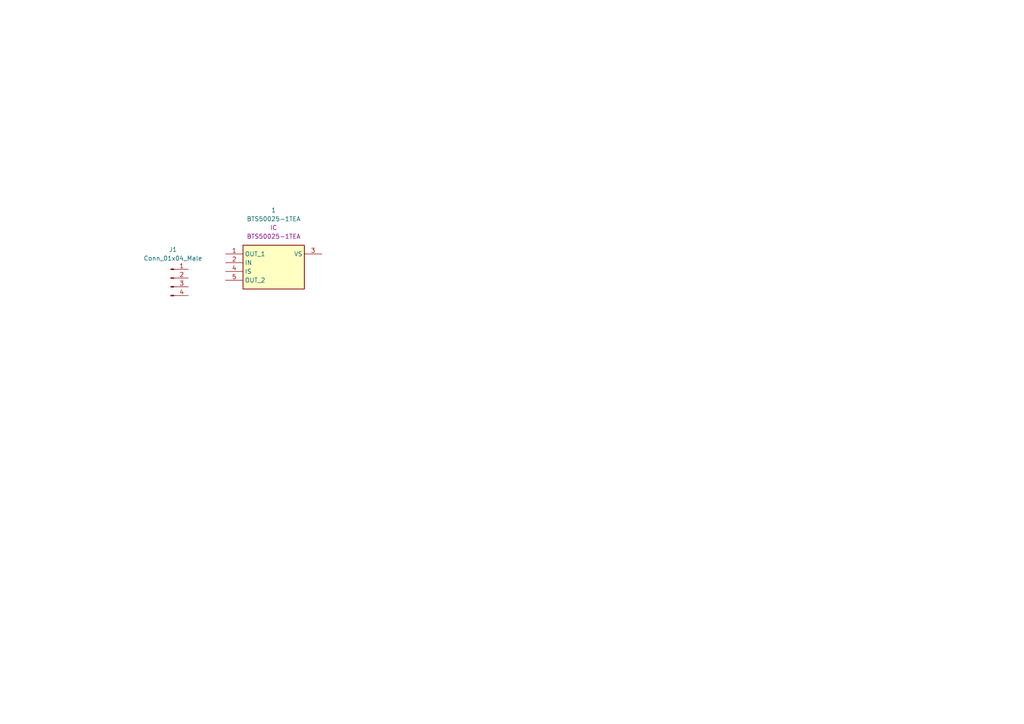
<source format=kicad_sch>
(kicad_sch (version 20211123) (generator eeschema)
  (paper "A4")
  (lib_symbols
    (symbol "Connector:Conn_01x04_Male" (pin_names (offset 1.016) hide)
      (property "Reference" "J" (at 0 5.08 0))
      (property "Value" "Conn_01x04_Male" (at 0 -7.62 0))
      (symbol "Conn_01x04_Male_1_1"
        (polyline (pts (xy 1.27 -5.08) (xy 0.8636 -5.08)) (stroke (width 0.1524)))
        (polyline (pts (xy 1.27 -2.54) (xy 0.8636 -2.54)) (stroke (width 0.1524)))
        (polyline (pts (xy 1.27 0) (xy 0.8636 0)) (stroke (width 0.1524)))
        (polyline (pts (xy 1.27 2.54) (xy 0.8636 2.54)) (stroke (width 0.1524)))
        (rectangle (start 0.8636 -4.953) (end 0 -5.207) (stroke (width 0.1524)) (fill (type outline)))
        (rectangle (start 0.8636 -2.413) (end 0 -2.667) (stroke (width 0.1524)) (fill (type outline)))
        (rectangle (start 0.8636 0.127) (end 0 -0.127) (stroke (width 0.1524)) (fill (type outline)))
        (rectangle (start 0.8636 2.667) (end 0 2.413) (stroke (width 0.1524)) (fill (type outline)))
        (pin passive line (at 5.08 2.54 180) (length 3.81) (name "Pin_1") (number "1"))
        (pin passive line (at 5.08 0 180) (length 3.81) (name "Pin_2") (number "2"))
        (pin passive line (at 5.08 -2.54 180) (length 3.81) (name "Pin_3") (number "3"))
        (pin passive line (at 5.08 -5.08 180) (length 3.81) (name "Pin_4") (number "4"))
      )
    )
    (symbol "PDM_additional:BTS50025-1TEA"
      (property "Value" "BTS50025-1TEA" (at 12.7 4.445 0))
      (property "Reference_1" "IC" (at 24.13 7.62 0))
      (property "Value_1" "BTS50025-1TEA" (at 24.13 5.08 0))
      (symbol "BTS50025-1TEA_1_1"
        (rectangle (start 5.08 2.54) (end 22.86 -10.16) (stroke (width 0.254)) (fill (type background)))
        (pin passive line (at 0 0 0) (length 5.08) (name "OUT_1") (number "1"))
        (pin passive line (at 0 -2.54 0) (length 5.08) (name "IN") (number "2"))
        (pin passive line (at 27.94 0 180) (length 5.08) (name "VS") (number "3"))
        (pin passive line (at 0 -5.08 0) (length 5.08) (name "IS") (number "4"))
        (pin passive line (at 0 -7.62 0) (length 5.08) (name "OUT_2") (number "5"))
      )
    )
  )
  (symbol (lib_id "Connector:Conn_01x04_Male") (at 49.53 80.645 0) (unit 1)
    (property "Reference" "J1" (at 50.165 72.39 0))
    (property "Value" "Conn_01x04_Male" (at 50.165 74.93 0))
    (property "Footprint" "Connector_PinHeader_2.54mm:PinHeader_1x04_P2.54mm_Vertical" (effects hide))
  )
  (symbol (lib_id "PDM_additional:BTS50025-1TEA") (at 65.405 73.66 0) (unit 1)
    (property "Reference" "1" (at 79.375 60.96 0))
    (property "Value" "BTS50025-1TEA" (at 79.375 63.5 0))
    (property "Footprint" "PDM_Additional:BTS500251TEA" (effects hide))
    (property "Reference_1" "IC" (at 79.375 66.04 0))
    (property "Value_1" "BTS50025-1TEA" (at 79.375 68.58 0))
    (property "Footprint_1" "BTS500251TEA" (effects hide))
    (property "Datasheet_1" "https://www.infineon.com/dgdl/Infineon-BTS50025-1TEA-DataSheet-v01_10-EN.pdf?fileId=5546d4626cb27db2016d4322f14b7d2a" (effects hide))
    (property "Height" "2.5" (effects hide))
    (property "Manufacturer_Name" "Infineon" (effects hide))
    (property "Manufacturer_Part_Number" "BTS50025-1TEA" (effects hide))
    (property "Mouser Part Number" "N/A" (effects hide))
    (property "Mouser Price/Stock" "https://www.mouser.co.uk/ProductDetail/Infineon-Technologies/BTS50025-1TEA?qs=wnTfsH77Xs4y8eXIRE%2FdEA%3D%3D" (effects hide))
  )
)
</source>
